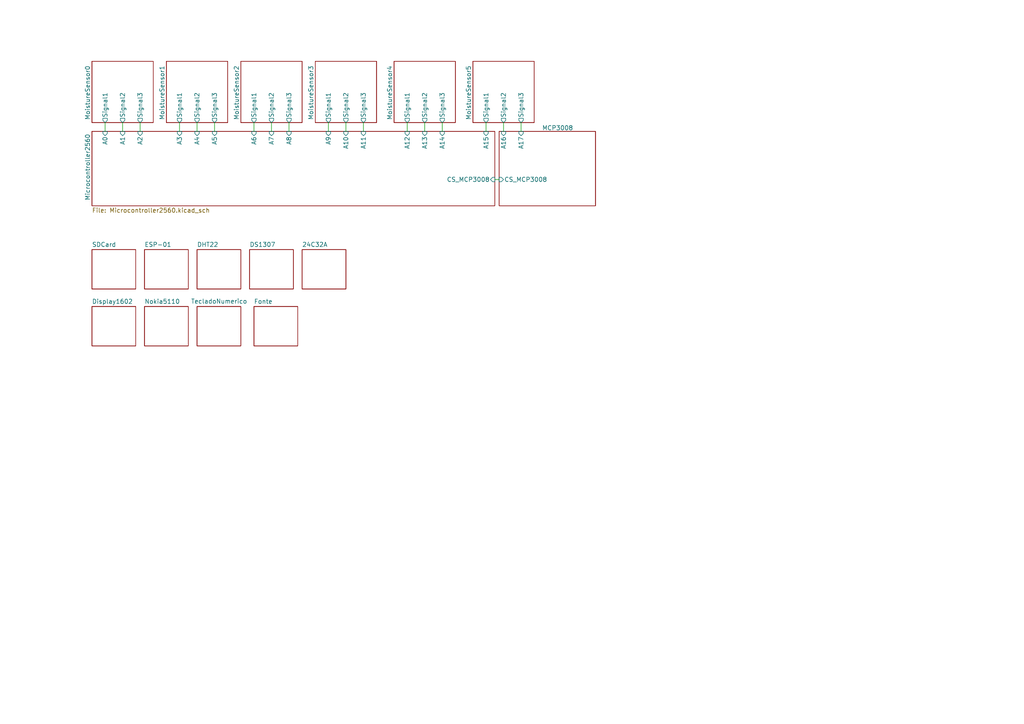
<source format=kicad_sch>
(kicad_sch
	(version 20250114)
	(generator "eeschema")
	(generator_version "9.0")
	(uuid "2465b45a-61bf-4bb8-9f23-f35ab1c53bad")
	(paper "A4")
	(lib_symbols)
	(wire
		(pts
			(xy 100.33 35.56) (xy 100.33 38.1)
		)
		(stroke
			(width 0)
			(type default)
		)
		(uuid "04747d03-fbfc-4327-b5b9-0b3d09ed8ac0")
	)
	(wire
		(pts
			(xy 128.27 35.56) (xy 128.27 38.1)
		)
		(stroke
			(width 0)
			(type default)
		)
		(uuid "0f98d38c-6a68-4b1b-9a93-61f3f6abb5c6")
	)
	(wire
		(pts
			(xy 143.51 52.07) (xy 144.78 52.07)
		)
		(stroke
			(width 0)
			(type default)
		)
		(uuid "1735727c-2347-48d7-9454-52088e2c181b")
	)
	(wire
		(pts
			(xy 62.23 35.56) (xy 62.23 38.1)
		)
		(stroke
			(width 0)
			(type default)
		)
		(uuid "174c8b14-708c-406a-a330-407ff82eebdd")
	)
	(wire
		(pts
			(xy 118.11 35.56) (xy 118.11 38.1)
		)
		(stroke
			(width 0)
			(type default)
		)
		(uuid "28f4d178-1afd-4f86-b7af-5baf61394e1f")
	)
	(wire
		(pts
			(xy 105.41 35.56) (xy 105.41 38.1)
		)
		(stroke
			(width 0)
			(type default)
		)
		(uuid "2906d0fb-2cea-4a9a-b56d-388b48240aec")
	)
	(wire
		(pts
			(xy 52.07 35.56) (xy 52.07 38.1)
		)
		(stroke
			(width 0)
			(type default)
		)
		(uuid "337190cb-41fa-4069-848b-b07a789c9ca8")
	)
	(wire
		(pts
			(xy 40.64 35.56) (xy 40.64 38.1)
		)
		(stroke
			(width 0)
			(type default)
		)
		(uuid "693902d1-0dae-4042-aaa3-d92fd24be7bd")
	)
	(wire
		(pts
			(xy 73.66 35.56) (xy 73.66 38.1)
		)
		(stroke
			(width 0)
			(type default)
		)
		(uuid "7b11d518-3d7e-48b4-96b5-15e77e05d2a2")
	)
	(wire
		(pts
			(xy 30.48 35.56) (xy 30.48 38.1)
		)
		(stroke
			(width 0)
			(type default)
		)
		(uuid "848e3364-7780-446f-a292-2d9f6abb0ea4")
	)
	(wire
		(pts
			(xy 57.15 35.56) (xy 57.15 38.1)
		)
		(stroke
			(width 0)
			(type default)
		)
		(uuid "904f9a7f-d521-409b-95df-d8add838f4e8")
	)
	(wire
		(pts
			(xy 151.13 35.56) (xy 151.13 38.1)
		)
		(stroke
			(width 0)
			(type default)
		)
		(uuid "9492a208-6e52-47f2-8c93-0086dc6585dd")
	)
	(wire
		(pts
			(xy 123.19 35.56) (xy 123.19 38.1)
		)
		(stroke
			(width 0)
			(type default)
		)
		(uuid "b84db411-d04e-4a51-869e-fb5ff06eee46")
	)
	(wire
		(pts
			(xy 78.74 35.56) (xy 78.74 38.1)
		)
		(stroke
			(width 0)
			(type default)
		)
		(uuid "c2cbf86e-76bf-4d23-9ef1-6a3062d00174")
	)
	(wire
		(pts
			(xy 95.25 35.56) (xy 95.25 38.1)
		)
		(stroke
			(width 0)
			(type default)
		)
		(uuid "d475e51f-be7b-4f1b-bbf5-5a29117b9391")
	)
	(wire
		(pts
			(xy 146.05 35.56) (xy 146.05 38.1)
		)
		(stroke
			(width 0)
			(type default)
		)
		(uuid "d6eb9625-df66-4c1d-a29b-b1a53c1c7ba5")
	)
	(wire
		(pts
			(xy 35.56 35.56) (xy 35.56 38.1)
		)
		(stroke
			(width 0)
			(type default)
		)
		(uuid "dc393ce1-49dc-4e20-a5e3-6b01d587cfed")
	)
	(wire
		(pts
			(xy 140.97 35.56) (xy 140.97 38.1)
		)
		(stroke
			(width 0)
			(type default)
		)
		(uuid "ea9e45b1-4ce1-462d-ab8a-c040bd37d94d")
	)
	(wire
		(pts
			(xy 83.82 35.56) (xy 83.82 38.1)
		)
		(stroke
			(width 0)
			(type default)
		)
		(uuid "f95c74a6-1e7a-4cb0-a05e-727521d6969b")
	)
	(sheet
		(at 72.39 72.39)
		(size 12.7 11.43)
		(exclude_from_sim no)
		(in_bom yes)
		(on_board yes)
		(dnp no)
		(fields_autoplaced yes)
		(stroke
			(width 0.1524)
			(type solid)
		)
		(fill
			(color 0 0 0 0.0000)
		)
		(uuid "0affde4b-c345-4b7d-a922-dfdc2b2a03b9")
		(property "Sheetname" "DS1307"
			(at 72.39 71.6784 0)
			(effects
				(font
					(size 1.27 1.27)
				)
				(justify left bottom)
			)
		)
		(property "Sheetfile" "DS1307.kicad_sch"
			(at 72.39 84.4046 0)
			(effects
				(font
					(size 1.27 1.27)
				)
				(justify left top)
				(hide yes)
			)
		)
		(instances
			(project "MoistureDatalogger"
				(path "/2465b45a-61bf-4bb8-9f23-f35ab1c53bad"
					(page "13")
				)
			)
		)
	)
	(sheet
		(at 26.67 72.39)
		(size 12.7 11.43)
		(exclude_from_sim no)
		(in_bom yes)
		(on_board yes)
		(dnp no)
		(fields_autoplaced yes)
		(stroke
			(width 0.1524)
			(type solid)
		)
		(fill
			(color 0 0 0 0.0000)
		)
		(uuid "42d7dc19-7888-452c-915d-e6987a760c2a")
		(property "Sheetname" "SDCard"
			(at 26.67 71.6784 0)
			(effects
				(font
					(size 1.27 1.27)
				)
				(justify left bottom)
			)
		)
		(property "Sheetfile" "SDCard.kicad_sch"
			(at 26.67 84.4046 0)
			(effects
				(font
					(size 1.27 1.27)
				)
				(justify left top)
				(hide yes)
			)
		)
		(instances
			(project "MoistureDatalogger"
				(path "/2465b45a-61bf-4bb8-9f23-f35ab1c53bad"
					(page "10")
				)
			)
		)
	)
	(sheet
		(at 26.67 88.9)
		(size 12.7 11.43)
		(exclude_from_sim no)
		(in_bom yes)
		(on_board yes)
		(dnp no)
		(fields_autoplaced yes)
		(stroke
			(width 0.1524)
			(type solid)
		)
		(fill
			(color 0 0 0 0.0000)
		)
		(uuid "4d95b4cd-282b-4c6b-9042-d04cf6f15a1a")
		(property "Sheetname" "Display1602"
			(at 26.67 88.1884 0)
			(effects
				(font
					(size 1.27 1.27)
				)
				(justify left bottom)
			)
		)
		(property "Sheetfile" "Display1602.kicad_sch"
			(at 26.67 100.9146 0)
			(effects
				(font
					(size 1.27 1.27)
				)
				(justify left top)
				(hide yes)
			)
		)
		(instances
			(project "MoistureDatalogger"
				(path "/2465b45a-61bf-4bb8-9f23-f35ab1c53bad"
					(page "15")
				)
			)
		)
	)
	(sheet
		(at 91.44 17.78)
		(size 17.78 17.78)
		(exclude_from_sim no)
		(in_bom yes)
		(on_board yes)
		(dnp no)
		(stroke
			(width 0.1524)
			(type solid)
		)
		(fill
			(color 0 0 0 0.0000)
		)
		(uuid "5421d897-df23-4bfc-9f10-4d8ee1478388")
		(property "Sheetname" "MoistureSensor3"
			(at 90.932 34.798 90)
			(effects
				(font
					(size 1.27 1.27)
				)
				(justify left bottom)
			)
		)
		(property "Sheetfile" "MoistureSensor.kicad_sch"
			(at 104.902 42.418 90)
			(effects
				(font
					(size 1.27 1.27)
				)
				(justify left top)
				(hide yes)
			)
		)
		(pin "Signal1" output
			(at 95.25 35.56 270)
			(uuid "e8bba496-c0b9-44d8-ba2e-8fffd0c8e974")
			(effects
				(font
					(size 1.27 1.27)
				)
				(justify left)
			)
		)
		(pin "Signal3" output
			(at 105.41 35.56 270)
			(uuid "fc153cfb-0c6f-40b5-81cb-bc1fceea1e6f")
			(effects
				(font
					(size 1.27 1.27)
				)
				(justify left)
			)
		)
		(pin "Signal2" output
			(at 100.33 35.56 270)
			(uuid "b7a413a3-ac2d-4b6c-bbd9-edf7792f3bb1")
			(effects
				(font
					(size 1.27 1.27)
				)
				(justify left)
			)
		)
		(instances
			(project "MoistureDatalogger"
				(path "/2465b45a-61bf-4bb8-9f23-f35ab1c53bad"
					(page "6")
				)
			)
		)
	)
	(sheet
		(at 57.15 88.9)
		(size 12.7 11.43)
		(exclude_from_sim no)
		(in_bom yes)
		(on_board yes)
		(dnp no)
		(stroke
			(width 0.1524)
			(type solid)
		)
		(fill
			(color 0 0 0 0.0000)
		)
		(uuid "698ebbf3-ac01-49be-a51d-8057331bc81b")
		(property "Sheetname" "TecladoNumerico"
			(at 55.372 88.138 0)
			(effects
				(font
					(size 1.27 1.27)
				)
				(justify left bottom)
			)
		)
		(property "Sheetfile" "TecladoNumerico.kicad_sch"
			(at 57.15 100.9146 0)
			(effects
				(font
					(size 1.27 1.27)
				)
				(justify left top)
				(hide yes)
			)
		)
		(instances
			(project "MoistureDatalogger"
				(path "/2465b45a-61bf-4bb8-9f23-f35ab1c53bad"
					(page "17")
				)
			)
		)
	)
	(sheet
		(at 87.63 72.39)
		(size 12.7 11.43)
		(exclude_from_sim no)
		(in_bom yes)
		(on_board yes)
		(dnp no)
		(fields_autoplaced yes)
		(stroke
			(width 0.1524)
			(type solid)
		)
		(fill
			(color 0 0 0 0.0000)
		)
		(uuid "72857ee4-b86e-47dc-845a-087f93e05d2e")
		(property "Sheetname" "24C32A"
			(at 87.63 71.6784 0)
			(effects
				(font
					(size 1.27 1.27)
				)
				(justify left bottom)
			)
		)
		(property "Sheetfile" "24C32A.kicad_sch"
			(at 87.63 84.4046 0)
			(effects
				(font
					(size 1.27 1.27)
				)
				(justify left top)
				(hide yes)
			)
		)
		(instances
			(project "MoistureDatalogger"
				(path "/2465b45a-61bf-4bb8-9f23-f35ab1c53bad"
					(page "14")
				)
			)
		)
	)
	(sheet
		(at 26.67 17.78)
		(size 17.78 17.78)
		(exclude_from_sim no)
		(in_bom yes)
		(on_board yes)
		(dnp no)
		(stroke
			(width 0.1524)
			(type solid)
		)
		(fill
			(color 0 0 0 0.0000)
		)
		(uuid "814cc811-9492-4603-8a4f-d85606166275")
		(property "Sheetname" "MoistureSensor0"
			(at 26.162 34.798 90)
			(effects
				(font
					(size 1.27 1.27)
				)
				(justify left bottom)
			)
		)
		(property "Sheetfile" "MoistureSensor.kicad_sch"
			(at 40.132 42.418 90)
			(effects
				(font
					(size 1.27 1.27)
				)
				(justify left top)
				(hide yes)
			)
		)
		(pin "Signal1" output
			(at 30.48 35.56 270)
			(uuid "084a81fe-759e-405e-a5e7-6ef829c903b3")
			(effects
				(font
					(size 1.27 1.27)
				)
				(justify left)
			)
		)
		(pin "Signal3" output
			(at 40.64 35.56 270)
			(uuid "07c79f6b-9145-4f73-be7b-b361867e137e")
			(effects
				(font
					(size 1.27 1.27)
				)
				(justify left)
			)
		)
		(pin "Signal2" output
			(at 35.56 35.56 270)
			(uuid "43defd50-6515-4e2b-9258-bf9ad73094b3")
			(effects
				(font
					(size 1.27 1.27)
				)
				(justify left)
			)
		)
		(instances
			(project "MoistureDatalogger"
				(path "/2465b45a-61bf-4bb8-9f23-f35ab1c53bad"
					(page "3")
				)
			)
		)
	)
	(sheet
		(at 73.66 88.9)
		(size 12.7 11.43)
		(exclude_from_sim no)
		(in_bom yes)
		(on_board yes)
		(dnp no)
		(fields_autoplaced yes)
		(stroke
			(width 0.1524)
			(type solid)
		)
		(fill
			(color 0 0 0 0.0000)
		)
		(uuid "8184559d-1d44-4676-93e7-f9f0858e9bca")
		(property "Sheetname" "Fonte"
			(at 73.66 88.1884 0)
			(effects
				(font
					(size 1.27 1.27)
				)
				(justify left bottom)
			)
		)
		(property "Sheetfile" "Fonte.kicad_sch"
			(at 73.66 100.9146 0)
			(effects
				(font
					(size 1.27 1.27)
				)
				(justify left top)
				(hide yes)
			)
		)
		(instances
			(project "MoistureDatalogger"
				(path "/2465b45a-61bf-4bb8-9f23-f35ab1c53bad"
					(page "18")
				)
			)
		)
	)
	(sheet
		(at 48.26 17.78)
		(size 17.78 17.78)
		(exclude_from_sim no)
		(in_bom yes)
		(on_board yes)
		(dnp no)
		(stroke
			(width 0.1524)
			(type solid)
		)
		(fill
			(color 0 0 0 0.0000)
		)
		(uuid "887caf75-d5a4-4536-b2d3-ee205b08c70e")
		(property "Sheetname" "MoistureSensor1"
			(at 47.752 34.798 90)
			(effects
				(font
					(size 1.27 1.27)
				)
				(justify left bottom)
			)
		)
		(property "Sheetfile" "MoistureSensor.kicad_sch"
			(at 61.722 42.418 90)
			(effects
				(font
					(size 1.27 1.27)
				)
				(justify left top)
				(hide yes)
			)
		)
		(pin "Signal1" output
			(at 52.07 35.56 270)
			(uuid "457df2d7-ecc1-4ae5-a93c-a5877e3a4840")
			(effects
				(font
					(size 1.27 1.27)
				)
				(justify left)
			)
		)
		(pin "Signal3" output
			(at 62.23 35.56 270)
			(uuid "ae4b7816-1327-41ad-bf95-3b6e3d9fa917")
			(effects
				(font
					(size 1.27 1.27)
				)
				(justify left)
			)
		)
		(pin "Signal2" output
			(at 57.15 35.56 270)
			(uuid "8dc298e6-661c-413f-b060-62aed60970d9")
			(effects
				(font
					(size 1.27 1.27)
				)
				(justify left)
			)
		)
		(instances
			(project "MoistureDatalogger"
				(path "/2465b45a-61bf-4bb8-9f23-f35ab1c53bad"
					(page "4")
				)
			)
		)
	)
	(sheet
		(at 41.91 88.9)
		(size 12.7 11.43)
		(exclude_from_sim no)
		(in_bom yes)
		(on_board yes)
		(dnp no)
		(fields_autoplaced yes)
		(stroke
			(width 0.1524)
			(type solid)
		)
		(fill
			(color 0 0 0 0.0000)
		)
		(uuid "8cf3207f-b615-40a7-a7bf-1ce47fdef8ef")
		(property "Sheetname" "Nokia5110"
			(at 41.91 88.1884 0)
			(effects
				(font
					(size 1.27 1.27)
				)
				(justify left bottom)
			)
		)
		(property "Sheetfile" "Nokia5110.kicad_sch"
			(at 41.91 100.9146 0)
			(effects
				(font
					(size 1.27 1.27)
				)
				(justify left top)
				(hide yes)
			)
		)
		(instances
			(project "MoistureDatalogger"
				(path "/2465b45a-61bf-4bb8-9f23-f35ab1c53bad"
					(page "16")
				)
			)
		)
	)
	(sheet
		(at 137.16 17.78)
		(size 17.78 17.78)
		(exclude_from_sim no)
		(in_bom yes)
		(on_board yes)
		(dnp no)
		(stroke
			(width 0.1524)
			(type solid)
		)
		(fill
			(color 0 0 0 0.0000)
		)
		(uuid "92995c40-0032-4dc4-8e9d-3047533a487e")
		(property "Sheetname" "MoistureSensor5"
			(at 136.652 34.798 90)
			(effects
				(font
					(size 1.27 1.27)
				)
				(justify left bottom)
			)
		)
		(property "Sheetfile" "MoistureSensor.kicad_sch"
			(at 150.622 42.418 90)
			(effects
				(font
					(size 1.27 1.27)
				)
				(justify left top)
				(hide yes)
			)
		)
		(pin "Signal1" output
			(at 140.97 35.56 270)
			(uuid "d14fb2f4-5719-4cf7-9bd1-9e650ae9ca7a")
			(effects
				(font
					(size 1.27 1.27)
				)
				(justify left)
			)
		)
		(pin "Signal3" output
			(at 151.13 35.56 270)
			(uuid "7b0487ee-da9b-48ed-aca5-e9923d1e036a")
			(effects
				(font
					(size 1.27 1.27)
				)
				(justify left)
			)
		)
		(pin "Signal2" output
			(at 146.05 35.56 270)
			(uuid "502f6be9-ad29-4fc7-aeab-71b639ad496a")
			(effects
				(font
					(size 1.27 1.27)
				)
				(justify left)
			)
		)
		(instances
			(project "MoistureDatalogger"
				(path "/2465b45a-61bf-4bb8-9f23-f35ab1c53bad"
					(page "8")
				)
			)
		)
	)
	(sheet
		(at 69.85 17.78)
		(size 17.78 17.78)
		(exclude_from_sim no)
		(in_bom yes)
		(on_board yes)
		(dnp no)
		(stroke
			(width 0.1524)
			(type solid)
		)
		(fill
			(color 0 0 0 0.0000)
		)
		(uuid "ae45e8e8-9c2b-4975-a906-2f7c4752cbf2")
		(property "Sheetname" "MoistureSensor2"
			(at 69.342 34.798 90)
			(effects
				(font
					(size 1.27 1.27)
				)
				(justify left bottom)
			)
		)
		(property "Sheetfile" "MoistureSensor.kicad_sch"
			(at 83.312 42.418 90)
			(effects
				(font
					(size 1.27 1.27)
				)
				(justify left top)
				(hide yes)
			)
		)
		(pin "Signal1" output
			(at 73.66 35.56 270)
			(uuid "4a39df53-64f9-4558-8168-674f569dbe0c")
			(effects
				(font
					(size 1.27 1.27)
				)
				(justify left)
			)
		)
		(pin "Signal3" output
			(at 83.82 35.56 270)
			(uuid "d2aacb3a-0d28-473f-8269-b7722a37f82c")
			(effects
				(font
					(size 1.27 1.27)
				)
				(justify left)
			)
		)
		(pin "Signal2" output
			(at 78.74 35.56 270)
			(uuid "4011188f-26e3-4785-b2d7-2fc61c988381")
			(effects
				(font
					(size 1.27 1.27)
				)
				(justify left)
			)
		)
		(instances
			(project "MoistureDatalogger"
				(path "/2465b45a-61bf-4bb8-9f23-f35ab1c53bad"
					(page "5")
				)
			)
		)
	)
	(sheet
		(at 114.3 17.78)
		(size 17.78 17.78)
		(exclude_from_sim no)
		(in_bom yes)
		(on_board yes)
		(dnp no)
		(stroke
			(width 0.1524)
			(type solid)
		)
		(fill
			(color 0 0 0 0.0000)
		)
		(uuid "c04d65c9-2d53-46de-bb57-b2206c44dac7")
		(property "Sheetname" "MoistureSensor4"
			(at 113.792 34.798 90)
			(effects
				(font
					(size 1.27 1.27)
				)
				(justify left bottom)
			)
		)
		(property "Sheetfile" "MoistureSensor.kicad_sch"
			(at 127.762 42.418 90)
			(effects
				(font
					(size 1.27 1.27)
				)
				(justify left top)
				(hide yes)
			)
		)
		(pin "Signal1" output
			(at 118.11 35.56 270)
			(uuid "9dc59b68-dee7-44f6-ab2a-0e4812312de9")
			(effects
				(font
					(size 1.27 1.27)
				)
				(justify left)
			)
		)
		(pin "Signal3" output
			(at 128.27 35.56 270)
			(uuid "d578bc93-1073-4755-977e-34465a8dacc3")
			(effects
				(font
					(size 1.27 1.27)
				)
				(justify left)
			)
		)
		(pin "Signal2" output
			(at 123.19 35.56 270)
			(uuid "68b491c1-5d6d-402a-8ab3-141716bf18b5")
			(effects
				(font
					(size 1.27 1.27)
				)
				(justify left)
			)
		)
		(instances
			(project "MoistureDatalogger"
				(path "/2465b45a-61bf-4bb8-9f23-f35ab1c53bad"
					(page "7")
				)
			)
		)
	)
	(sheet
		(at 41.91 72.39)
		(size 12.7 11.43)
		(exclude_from_sim no)
		(in_bom yes)
		(on_board yes)
		(dnp no)
		(fields_autoplaced yes)
		(stroke
			(width 0.1524)
			(type solid)
		)
		(fill
			(color 0 0 0 0.0000)
		)
		(uuid "dc4f8989-8983-4906-be7d-e2c7ac9b5532")
		(property "Sheetname" "ESP-01"
			(at 41.91 71.6784 0)
			(effects
				(font
					(size 1.27 1.27)
				)
				(justify left bottom)
			)
		)
		(property "Sheetfile" "ESP-01.kicad_sch"
			(at 41.91 84.4046 0)
			(effects
				(font
					(size 1.27 1.27)
				)
				(justify left top)
				(hide yes)
			)
		)
		(instances
			(project "MoistureDatalogger"
				(path "/2465b45a-61bf-4bb8-9f23-f35ab1c53bad"
					(page "11")
				)
			)
		)
	)
	(sheet
		(at 144.78 38.1)
		(size 27.94 21.59)
		(exclude_from_sim no)
		(in_bom yes)
		(on_board yes)
		(dnp no)
		(stroke
			(width 0.1524)
			(type solid)
		)
		(fill
			(color 0 0 0 0.0000)
		)
		(uuid "e4c15dcc-1a1f-4c1d-8b79-58b3189d10b6")
		(property "Sheetname" "MCP3008"
			(at 157.226 37.846 0)
			(effects
				(font
					(size 1.27 1.27)
				)
				(justify left bottom)
			)
		)
		(property "Sheetfile" "MCP3008.kicad_sch"
			(at 144.78 60.2746 0)
			(effects
				(font
					(size 1.27 1.27)
				)
				(justify left top)
				(hide yes)
			)
		)
		(pin "CS_MCP3008" input
			(at 144.78 52.07 180)
			(uuid "4258cd7d-4724-4133-88c2-65648d62c342")
			(effects
				(font
					(size 1.27 1.27)
				)
				(justify left)
			)
		)
		(pin "A16" input
			(at 146.05 38.1 90)
			(uuid "c92d5c72-f728-4155-b757-4eea3e13eda9")
			(effects
				(font
					(size 1.27 1.27)
				)
				(justify right)
			)
		)
		(pin "A17" input
			(at 151.13 38.1 90)
			(uuid "7e26182b-e6f6-464a-a03e-62fbda50a7dd")
			(effects
				(font
					(size 1.27 1.27)
				)
				(justify right)
			)
		)
		(instances
			(project "MoistureDatalogger"
				(path "/2465b45a-61bf-4bb8-9f23-f35ab1c53bad"
					(page "9")
				)
			)
		)
	)
	(sheet
		(at 26.67 38.1)
		(size 116.84 21.59)
		(exclude_from_sim no)
		(in_bom yes)
		(on_board yes)
		(dnp no)
		(stroke
			(width 0.1524)
			(type solid)
		)
		(fill
			(color 0 0 0 0.0000)
		)
		(uuid "e4e2320f-4177-4fe7-911e-76e1cf764298")
		(property "Sheetname" "Microcontroller2560"
			(at 26.162 58.166 90)
			(effects
				(font
					(size 1.27 1.27)
				)
				(justify left bottom)
			)
		)
		(property "Sheetfile" "Microcontroller2560.kicad_sch"
			(at 26.67 60.2746 0)
			(effects
				(font
					(size 1.27 1.27)
				)
				(justify left top)
			)
		)
		(pin "A7" input
			(at 78.74 38.1 90)
			(uuid "d609e78d-1696-48cf-8d77-855d18663d16")
			(effects
				(font
					(size 1.27 1.27)
				)
				(justify right)
			)
		)
		(pin "A8" input
			(at 83.82 38.1 90)
			(uuid "c1d1f1bd-4e11-42f2-b200-c31df5728309")
			(effects
				(font
					(size 1.27 1.27)
				)
				(justify right)
			)
		)
		(pin "A10" input
			(at 100.33 38.1 90)
			(uuid "215d56a7-6911-4dde-88a9-acc843983a5b")
			(effects
				(font
					(size 1.27 1.27)
				)
				(justify right)
			)
		)
		(pin "A13" input
			(at 123.19 38.1 90)
			(uuid "154bbcb2-e2b4-4ef7-b90f-760c062bb14f")
			(effects
				(font
					(size 1.27 1.27)
				)
				(justify right)
			)
		)
		(pin "A0" input
			(at 30.48 38.1 90)
			(uuid "72999d67-9f84-44e6-b651-a81c475b2024")
			(effects
				(font
					(size 1.27 1.27)
				)
				(justify right)
			)
		)
		(pin "A6" input
			(at 73.66 38.1 90)
			(uuid "926842d7-97e7-4c2b-9c5b-b3a9800a3aa4")
			(effects
				(font
					(size 1.27 1.27)
				)
				(justify right)
			)
		)
		(pin "A12" input
			(at 118.11 38.1 90)
			(uuid "a2b83586-343f-4f57-a81e-1218c9710e66")
			(effects
				(font
					(size 1.27 1.27)
				)
				(justify right)
			)
		)
		(pin "A3" input
			(at 52.07 38.1 90)
			(uuid "769bfeeb-767b-40cd-af7d-2a5ee85184e1")
			(effects
				(font
					(size 1.27 1.27)
				)
				(justify right)
			)
		)
		(pin "A4" input
			(at 57.15 38.1 90)
			(uuid "10b70c6d-a833-423b-a44e-af1c16eeb534")
			(effects
				(font
					(size 1.27 1.27)
				)
				(justify right)
			)
		)
		(pin "A1" input
			(at 35.56 38.1 90)
			(uuid "8e890c92-1711-4dac-9447-04b3ed0621a1")
			(effects
				(font
					(size 1.27 1.27)
				)
				(justify right)
			)
		)
		(pin "A9" input
			(at 95.25 38.1 90)
			(uuid "4f30cb3d-626d-4edc-8376-9062268c6dab")
			(effects
				(font
					(size 1.27 1.27)
				)
				(justify right)
			)
		)
		(pin "A5" input
			(at 62.23 38.1 90)
			(uuid "5e46a281-36bc-429d-a267-16e0511d3744")
			(effects
				(font
					(size 1.27 1.27)
				)
				(justify right)
			)
		)
		(pin "A11" input
			(at 105.41 38.1 90)
			(uuid "59c0ba52-2b48-43df-aee5-53657c716ac8")
			(effects
				(font
					(size 1.27 1.27)
				)
				(justify right)
			)
		)
		(pin "A14" input
			(at 128.27 38.1 90)
			(uuid "8a62c899-de18-4a8f-b392-a8ebca177b91")
			(effects
				(font
					(size 1.27 1.27)
				)
				(justify right)
			)
		)
		(pin "A2" input
			(at 40.64 38.1 90)
			(uuid "f68b01dc-8c0c-4dde-99bd-fe318b5d469e")
			(effects
				(font
					(size 1.27 1.27)
				)
				(justify right)
			)
		)
		(pin "A15" input
			(at 140.97 38.1 90)
			(uuid "f3c80cd2-27f9-4933-8a3a-dc5a5862a52c")
			(effects
				(font
					(size 1.27 1.27)
				)
				(justify right)
			)
		)
		(pin "CS_MCP3008" input
			(at 143.51 52.07 0)
			(uuid "df4f851e-c933-4043-bb06-921624741ff7")
			(effects
				(font
					(size 1.27 1.27)
				)
				(justify right)
			)
		)
		(instances
			(project "MoistureDatalogger"
				(path "/2465b45a-61bf-4bb8-9f23-f35ab1c53bad"
					(page "2")
				)
			)
		)
	)
	(sheet
		(at 57.15 72.39)
		(size 12.7 11.43)
		(exclude_from_sim no)
		(in_bom yes)
		(on_board yes)
		(dnp no)
		(fields_autoplaced yes)
		(stroke
			(width 0.1524)
			(type solid)
		)
		(fill
			(color 0 0 0 0.0000)
		)
		(uuid "f06c3242-5aa0-450f-adaf-bd55866769ae")
		(property "Sheetname" "DHT22"
			(at 57.15 71.6784 0)
			(effects
				(font
					(size 1.27 1.27)
				)
				(justify left bottom)
			)
		)
		(property "Sheetfile" "DHT22.kicad_sch"
			(at 57.15 84.4046 0)
			(effects
				(font
					(size 1.27 1.27)
				)
				(justify left top)
				(hide yes)
			)
		)
		(instances
			(project "MoistureDatalogger"
				(path "/2465b45a-61bf-4bb8-9f23-f35ab1c53bad"
					(page "12")
				)
			)
		)
	)
	(sheet_instances
		(path "/"
			(page "1")
		)
	)
	(embedded_fonts no)
)

</source>
